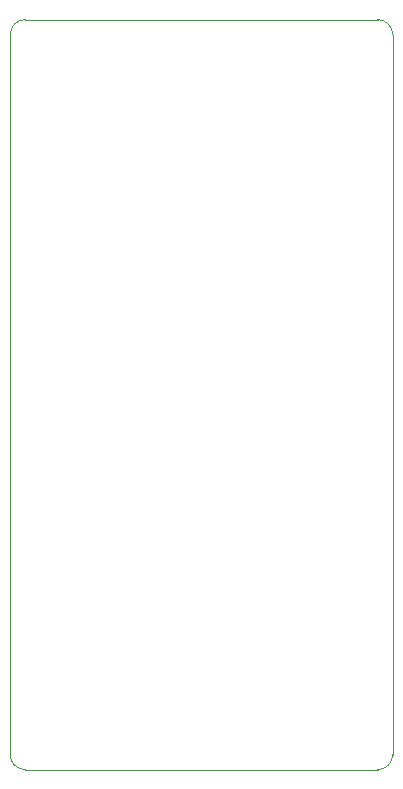
<source format=gbr>
%TF.GenerationSoftware,KiCad,Pcbnew,7.0.10-7.0.10~ubuntu22.04.1*%
%TF.CreationDate,2024-03-28T15:08:32-05:00*%
%TF.ProjectId,IIoT_Sensor,49496f54-5f53-4656-9e73-6f722e6b6963,1.0*%
%TF.SameCoordinates,Original*%
%TF.FileFunction,Profile,NP*%
%FSLAX46Y46*%
G04 Gerber Fmt 4.6, Leading zero omitted, Abs format (unit mm)*
G04 Created by KiCad (PCBNEW 7.0.10-7.0.10~ubuntu22.04.1) date 2024-03-28 15:08:32*
%MOMM*%
%LPD*%
G01*
G04 APERTURE LIST*
%TA.AperFunction,Profile*%
%ADD10C,0.100000*%
%TD*%
G04 APERTURE END LIST*
D10*
X146050000Y-51435000D02*
G75*
G03*
X144780000Y-52705000I0J-1270000D01*
G01*
X144780000Y-113665000D02*
X144780000Y-52705000D01*
X175895000Y-114935000D02*
X146050000Y-114935000D01*
X177165000Y-52705000D02*
G75*
G03*
X175895000Y-51435000I-1270000J0D01*
G01*
X175895000Y-114935000D02*
G75*
G03*
X177165000Y-113665000I0J1270000D01*
G01*
X144780000Y-113665000D02*
G75*
G03*
X146050000Y-114935000I1270000J0D01*
G01*
X177165000Y-52705000D02*
X177165000Y-113665000D01*
X146050000Y-51435000D02*
X175895000Y-51435000D01*
M02*

</source>
